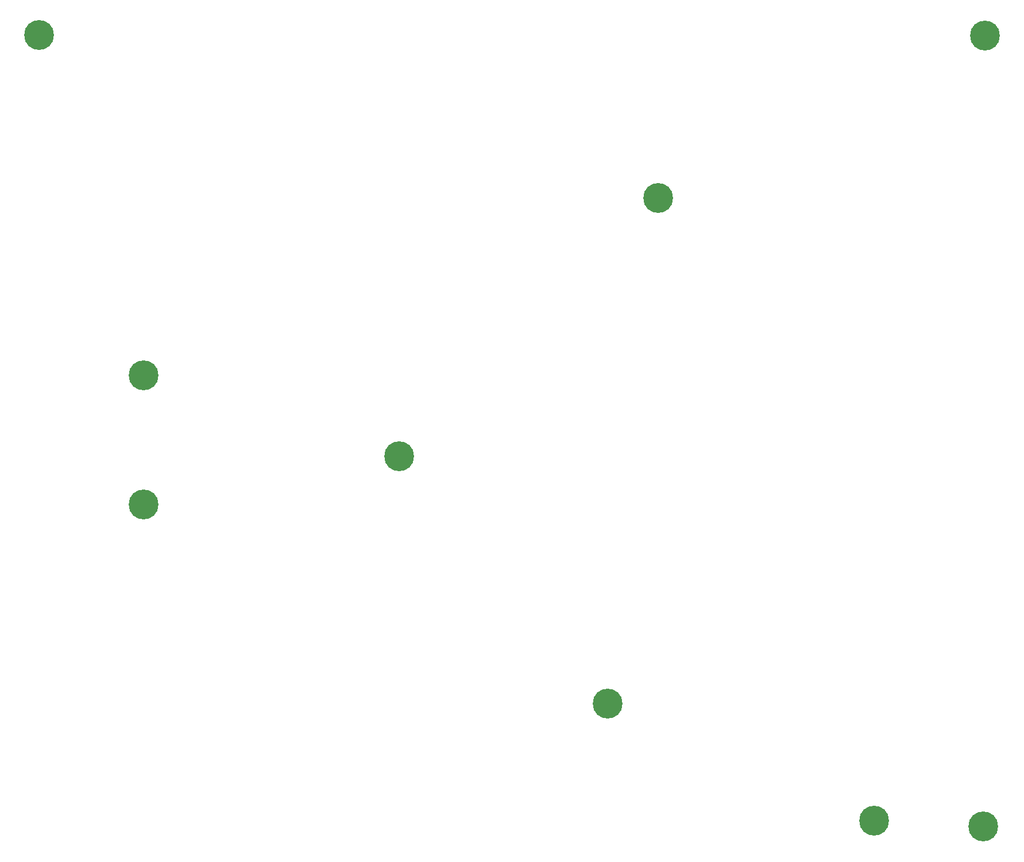
<source format=gbr>
%TF.GenerationSoftware,KiCad,Pcbnew,(6.0.5)*%
%TF.CreationDate,2022-07-25T14:13:38-03:00*%
%TF.ProjectId,bluejay_base,626c7565-6a61-4795-9f62-6173652e6b69,rev?*%
%TF.SameCoordinates,Original*%
%TF.FileFunction,Soldermask,Top*%
%TF.FilePolarity,Negative*%
%FSLAX46Y46*%
G04 Gerber Fmt 4.6, Leading zero omitted, Abs format (unit mm)*
G04 Created by KiCad (PCBNEW (6.0.5)) date 2022-07-25 14:13:38*
%MOMM*%
%LPD*%
G01*
G04 APERTURE LIST*
%ADD10C,4.400000*%
G04 APERTURE END LIST*
D10*
%TO.C,H9*%
X56950000Y-64150000D03*
%TD*%
%TO.C,H8*%
X40900000Y-63300000D03*
%TD*%
%TO.C,H5*%
X-29150000Y-9550000D03*
%TD*%
%TO.C,H1*%
X-82200000Y52600000D03*
%TD*%
%TO.C,H7*%
X1600000Y-46000000D03*
%TD*%
%TO.C,H2*%
X57200000Y52500000D03*
%TD*%
%TO.C,H3*%
X9000000Y28600000D03*
%TD*%
%TO.C,H6*%
X-66800000Y-16600000D03*
%TD*%
%TO.C,H4*%
X-66800000Y2400000D03*
%TD*%
M02*

</source>
